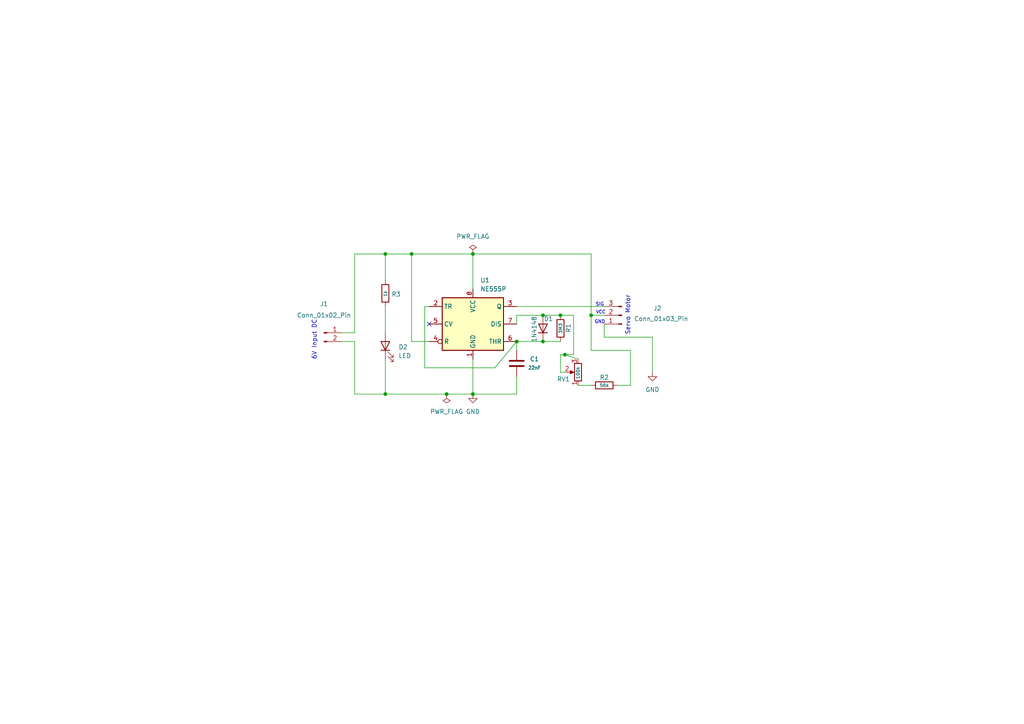
<source format=kicad_sch>
(kicad_sch (version 20250114) (generator "eeschema") (generator_version "9.0")
  (paper "A4")
  (title_block (title "Servo Motor Tester") (date "2025-11-19") (comment 1 "By Harshal Jaiswal"))
  (lib_symbols
    (symbol "Connector:Conn_01x02_Pin" (pin_names (offset 1.016) (hide yes))
      (property "Reference" "J" (at 0 2.54 0))
      (property "Value" "Conn_01x02_Pin" (at 0 -5.08 0))
      (symbol "Conn_01x02_Pin_1_1"
        (rectangle (start 0.8636 0.127) (end 0 -0.127) (stroke (width 0.1524)) (fill (type outline)))
        (rectangle (start 0.8636 -2.413) (end 0 -2.667) (stroke (width 0.1524)) (fill (type outline)))
        (polyline (pts (xy 1.27 0) (xy 0.8636 0)) (stroke (width 0.1524)))
        (polyline (pts (xy 1.27 -2.54) (xy 0.8636 -2.54)) (stroke (width 0.1524)))
        (pin passive line (at 5.08 0 180) (length 3.81) (name "Pin_1") (number "1"))
        (pin passive line (at 5.08 -2.54 180) (length 3.81) (name "Pin_2") (number "2"))
      )
    )
    (symbol "Connector:Conn_01x03_Pin" (pin_names (offset 1.016) (hide yes))
      (property "Reference" "J" (at 0 5.08 0))
      (property "Value" "Conn_01x03_Pin" (at 0 -5.08 0))
      (symbol "Conn_01x03_Pin_1_1"
        (rectangle (start 0.8636 2.667) (end 0 2.413) (stroke (width 0.1524)) (fill (type outline)))
        (rectangle (start 0.8636 0.127) (end 0 -0.127) (stroke (width 0.1524)) (fill (type outline)))
        (rectangle (start 0.8636 -2.413) (end 0 -2.667) (stroke (width 0.1524)) (fill (type outline)))
        (polyline (pts (xy 1.27 2.54) (xy 0.8636 2.54)) (stroke (width 0.1524)))
        (polyline (pts (xy 1.27 0) (xy 0.8636 0)) (stroke (width 0.1524)))
        (polyline (pts (xy 1.27 -2.54) (xy 0.8636 -2.54)) (stroke (width 0.1524)))
        (pin passive line (at 5.08 2.54 180) (length 3.81) (name "Pin_1") (number "1"))
        (pin passive line (at 5.08 0 180) (length 3.81) (name "Pin_2") (number "2"))
        (pin passive line (at 5.08 -2.54 180) (length 3.81) (name "Pin_3") (number "3"))
      )
    )
    (symbol "Device:C" (pin_numbers (hide yes)) (pin_names (offset 0.254))
      (property "Reference" "C" (at 0.635 2.54 0))
      (property "Value" "C" (at 0.635 -2.54 0))
      (symbol "C_0_1"
        (polyline (pts (xy -2.032 0.762) (xy 2.032 0.762)) (stroke (width 0.508)))
        (polyline (pts (xy -2.032 -0.762) (xy 2.032 -0.762)) (stroke (width 0.508)))
      )
      (symbol "C_1_1"
        (pin passive line (at 0 3.81 270) (length 2.794) (name "~") (number "1"))
        (pin passive line (at 0 -3.81 90) (length 2.794) (name "~") (number "2"))
      )
    )
    (symbol "Device:LED" (pin_numbers (hide yes)) (pin_names (offset 1.016) (hide yes))
      (property "Reference" "D" (at 0 2.54 0))
      (property "Value" "LED" (at 0 -2.54 0))
      (symbol "LED_0_1"
        (polyline (pts (xy -3.048 -0.762) (xy -4.572 -2.286) (xy -3.81 -2.286) (xy -4.572 -2.286) (xy -4.572 -1.524)))
        (polyline (pts (xy -1.778 -0.762) (xy -3.302 -2.286) (xy -2.54 -2.286) (xy -3.302 -2.286) (xy -3.302 -1.524)))
        (polyline (pts (xy -1.27 0) (xy 1.27 0)))
        (polyline (pts (xy -1.27 -1.27) (xy -1.27 1.27)) (stroke (width 0.254)))
        (polyline (pts (xy 1.27 -1.27) (xy 1.27 1.27) (xy -1.27 0) (xy 1.27 -1.27)) (stroke (width 0.254)))
      )
      (symbol "LED_1_1"
        (pin passive line (at -3.81 0 0) (length 2.54) (name "K") (number "1"))
        (pin passive line (at 3.81 0 180) (length 2.54) (name "A") (number "2"))
      )
    )
    (symbol "Device:R" (pin_numbers (hide yes)) (pin_names (offset 0))
      (property "Reference" "R" (at 2.032 0 90))
      (property "Value" "R" (at 0 0 90))
      (symbol "R_0_1"
        (rectangle (start -1.016 -2.54) (end 1.016 2.54) (stroke (width 0.254)))
      )
      (symbol "R_1_1"
        (pin passive line (at 0 3.81 270) (length 1.27) (name "~") (number "1"))
        (pin passive line (at 0 -3.81 90) (length 1.27) (name "~") (number "2"))
      )
    )
    (symbol "Device:R_Potentiometer" (pin_names (offset 1.016) (hide yes))
      (property "Reference" "RV" (at -4.445 0 90))
      (property "Value" "R_Potentiometer" (at -2.54 0 90))
      (symbol "R_Potentiometer_0_1"
        (rectangle (start 1.016 2.54) (end -1.016 -2.54) (stroke (width 0.254)))
        (polyline (pts (xy 1.143 0) (xy 2.286 0.508) (xy 2.286 -0.508) (xy 1.143 0)) (fill (type outline)))
        (polyline (pts (xy 2.54 0) (xy 1.524 0)))
      )
      (symbol "R_Potentiometer_1_1"
        (pin passive line (at 0 3.81 270) (length 1.27) (name "1") (number "1"))
        (pin passive line (at 0 -3.81 90) (length 1.27) (name "3") (number "3"))
        (pin passive line (at 3.81 0 180) (length 1.27) (name "2") (number "2"))
      )
    )
    (symbol "Diode:1N4148" (pin_numbers (hide yes)) (pin_names (hide yes))
      (property "Reference" "D" (at 0 2.54 0))
      (property "Value" "1N4148" (at 0 -2.54 0))
      (symbol "1N4148_0_1"
        (polyline (pts (xy -1.27 1.27) (xy -1.27 -1.27)) (stroke (width 0.254)))
        (polyline (pts (xy 1.27 1.27) (xy 1.27 -1.27) (xy -1.27 0) (xy 1.27 1.27)) (stroke (width 0.254)))
        (polyline (pts (xy 1.27 0) (xy -1.27 0)))
      )
      (symbol "1N4148_1_1"
        (pin passive line (at -3.81 0 0) (length 2.54) (name "K") (number "1"))
        (pin passive line (at 3.81 0 180) (length 2.54) (name "A") (number "2"))
      )
    )
    (symbol "Timer:NE555P"
      (property "Reference" "U" (at -10.16 8.89 0))
      (property "Value" "NE555P" (at 2.54 8.89 0))
      (symbol "NE555P_0_0"
        (pin power_in line (at 0 10.16 270) (length 2.54) (name "VCC") (number "8"))
        (pin power_in line (at 0 -10.16 90) (length 2.54) (name "GND") (number "1"))
      )
      (symbol "NE555P_0_1"
        (rectangle (start -8.89 -7.62) (end 8.89 7.62) (stroke (width 0.254)) (fill (type background)))
        (rectangle (start -8.89 -7.62) (end 8.89 7.62) (stroke (width 0.254)) (fill (type background)))
      )
      (symbol "NE555P_1_1"
        (pin input line (at -12.7 5.08 0) (length 3.81) (name "TR") (number "2"))
        (pin input line (at -12.7 0 0) (length 3.81) (name "CV") (number "5"))
        (pin input inverted (at -12.7 -5.08 0) (length 3.81) (name "R") (number "4"))
        (pin output line (at 12.7 5.08 180) (length 3.81) (name "Q") (number "3"))
        (pin input line (at 12.7 0 180) (length 3.81) (name "DIS") (number "7"))
        (pin input line (at 12.7 -5.08 180) (length 3.81) (name "THR") (number "6"))
      )
    )
    (symbol "power:GND" (power) (pin_numbers (hide yes)) (pin_names (offset 0) (hide yes))
      (property "Value" "GND" (at 0 -3.81 0))
      (symbol "GND_0_1"
        (polyline (pts (xy 0 0) (xy 0 -1.27) (xy 1.27 -1.27) (xy 0 -2.54) (xy -1.27 -1.27) (xy 0 -1.27)))
      )
      (symbol "GND_1_1"
        (pin power_in line (at 0 0 270) (length 0) (name "~") (number "1"))
      )
    )
    (symbol "power:PWR_FLAG" (power) (pin_numbers (hide yes)) (pin_names (offset 0) (hide yes))
      (property "Value" "PWR_FLAG" (at 0 3.81 0))
      (symbol "PWR_FLAG_0_0"
        (pin power_out line (at 0 0 90) (length 0) (name "~") (number "1"))
      )
      (symbol "PWR_FLAG_0_1"
        (polyline (pts (xy 0 0) (xy 0 1.27) (xy -1.016 1.905) (xy 0 2.54) (xy 1.016 1.905) (xy 0 1.27)))
      )
    )
  )
  (text "Servo Motor" (at 182.118 91.44 90) (effects (font (size 1.27 1.27))))
  (text "SIG" (at 173.99 88.392 0) (effects (font (size 0.9652 0.9652))))
  (text "VCC" (at 174.244 90.678 0) (effects (font (size 0.9652 0.9652))))
  (text "GND" (at 173.99 93.472 0) (effects (font (size 0.9652 0.9652))))
  (text "6V Input DC\n" (at 91.186 98.552 90) (effects (font (size 1.27 1.27))))
  (junction (at 137.16 114.3))
  (junction (at 129.54 114.3))
  (junction (at 163.83 102.87))
  (junction (at 162.56 91.44))
  (junction (at 137.16 73.66))
  (junction (at 111.76 114.3))
  (junction (at 171.45 91.44))
  (junction (at 157.48 91.44))
  (junction (at 119.38 73.66))
  (junction (at 111.76 73.66))
  (junction (at 157.48 99.06))
  (junction (at 149.86 99.06))
  (no_connect (at 124.46 93.98))
  (wire (pts (xy 149.86 101.6) (xy 149.86 99.06)))
  (wire (pts (xy 123.19 88.9) (xy 123.19 106.68)))
  (wire (pts (xy 149.86 88.9) (xy 175.26 88.9)))
  (wire (pts (xy 157.48 91.44) (xy 162.56 91.44)))
  (wire (pts (xy 157.48 99.06) (xy 162.56 99.06)))
  (wire (pts (xy 102.87 114.3) (xy 111.76 114.3)))
  (wire (pts (xy 171.45 101.6) (xy 182.88 101.6)))
  (wire (pts (xy 123.19 106.68) (xy 143.51 106.68)))
  (wire (pts (xy 162.56 102.87) (xy 162.56 107.95)))
  (wire (pts (xy 102.87 96.52) (xy 102.87 73.66)))
  (wire (pts (xy 167.64 104.14) (xy 163.83 102.87)))
  (wire (pts (xy 119.38 99.06) (xy 124.46 99.06)))
  (wire (pts (xy 99.06 99.06) (xy 102.87 99.06)))
  (wire (pts (xy 111.76 73.66) (xy 119.38 73.66)))
  (wire (pts (xy 182.88 111.76) (xy 182.88 101.6)))
  (wire (pts (xy 166.37 91.44) (xy 162.56 91.44)))
  (wire (pts (xy 137.16 114.3) (xy 137.16 104.14)))
  (wire (pts (xy 149.86 99.06) (xy 157.48 99.06)))
  (wire (pts (xy 179.07 111.76) (xy 182.88 111.76)))
  (wire (pts (xy 124.46 88.9) (xy 123.19 88.9)))
  (wire (pts (xy 166.37 102.87) (xy 166.37 91.44)))
  (wire (pts (xy 111.76 96.52) (xy 111.76 88.9)))
  (wire (pts (xy 163.83 102.87) (xy 166.37 102.87)))
  (wire (pts (xy 149.86 114.3) (xy 137.16 114.3)))
  (wire (pts (xy 102.87 73.66) (xy 111.76 73.66)))
  (wire (pts (xy 171.45 111.76) (xy 167.64 111.76)))
  (wire (pts (xy 175.26 93.98) (xy 175.26 97.79)))
  (wire (pts (xy 119.38 73.66) (xy 119.38 99.06)))
  (wire (pts (xy 137.16 83.82) (xy 137.16 73.66)))
  (wire (pts (xy 99.06 96.52) (xy 102.87 96.52)))
  (wire (pts (xy 162.56 107.95) (xy 163.83 107.95)))
  (wire (pts (xy 171.45 91.44) (xy 171.45 101.6)))
  (wire (pts (xy 143.51 106.68) (xy 149.86 99.06)))
  (wire (pts (xy 162.56 102.87) (xy 163.83 102.87)))
  (wire (pts (xy 129.54 114.3) (xy 137.16 114.3)))
  (wire (pts (xy 189.23 97.79) (xy 189.23 107.95)))
  (wire (pts (xy 171.45 73.66) (xy 137.16 73.66)))
  (wire (pts (xy 175.26 97.79) (xy 189.23 97.79)))
  (wire (pts (xy 102.87 99.06) (xy 102.87 114.3)))
  (wire (pts (xy 149.86 93.98) (xy 149.86 91.44)))
  (wire (pts (xy 175.26 91.44) (xy 171.45 91.44)))
  (wire (pts (xy 149.86 91.44) (xy 157.48 91.44)))
  (wire (pts (xy 149.86 109.22) (xy 149.86 114.3)))
  (wire (pts (xy 137.16 73.66) (xy 119.38 73.66)))
  (wire (pts (xy 111.76 104.14) (xy 111.76 114.3)))
  (wire (pts (xy 111.76 81.28) (xy 111.76 73.66)))
  (wire (pts (xy 171.45 73.66) (xy 171.45 91.44)))
  (wire (pts (xy 111.76 114.3) (xy 129.54 114.3)))
  (symbol (lib_id "Device:R") (at 162.56 95.25 0) (unit 1)
    (property "Reference" "R1" (at 164.846 96.52 90) (effects (justify left)))
    (property "Value" "3M3" (at 162.56 96.774 90) (effects (font (size 0.9652 0.9652)) (justify left)))
    (property "Footprint" "Resistor_THT:R_Axial_DIN0204_L3.6mm_D1.6mm_P7.62mm_Horizontal" (effects (hide yes)))
    (property "Description" "Resistor" (effects (hide yes)))
  )
  (symbol (lib_id "Diode:1N4148") (at 157.48 95.25 90) (unit 1)
    (property "Reference" "D1" (at 157.734 92.456 90) (effects (justify right)))
    (property "Value" "1N4148" (at 154.94 91.694 0) (effects (justify right)))
    (property "Footprint" "Diode_THT:D_DO-35_SOD27_P7.62mm_Horizontal" (effects (hide yes)))
    (property "Datasheet" "https://assets.nexperia.com/documents/data-sheet/1N4148_1N4448.pdf" (effects (hide yes)))
    (property "Description" "100V 0.15A standard switching diode, DO-35" (effects (hide yes)))
    (property "Sim.Device" "D" (effects (hide yes)))
    (property "Sim.Pins" "1=K 2=A" (effects (hide yes)))
  )
  (symbol (lib_id "power:GND") (at 189.23 107.95 0) (unit 1)
    (property "Reference" "#PWR02" (effects (hide yes)))
    (property "Value" "GND" (at 189.23 113.03 0))
    (property "Description" "Power symbol creates a global label with name \"GND\" , ground" (effects (hide yes)))
  )
  (symbol (lib_id "power:PWR_FLAG") (at 129.54 114.3 180) (unit 1)
    (property "Reference" "#FLG01" (effects (hide yes)))
    (property "Value" "PWR_FLAG" (at 129.54 119.38 0))
    (property "Description" "Special symbol for telling ERC where power comes from" (effects (hide yes)))
  )
  (symbol (lib_id "Device:R") (at 111.76 85.09 0) (unit 1)
    (property "Reference" "R3" (at 113.538 85.344 0) (effects (justify left)))
    (property "Value" "1k" (at 111.76 86.106 90) (effects (font (size 0.9652 0.9652)) (justify left)))
    (property "Footprint" "Resistor_THT:R_Axial_DIN0204_L3.6mm_D1.6mm_P7.62mm_Horizontal" (effects (hide yes)))
    (property "Description" "Resistor" (effects (hide yes)))
  )
  (symbol (lib_id "Timer:NE555P") (at 137.16 93.98 0) (unit 1)
    (property "Reference" "U1" (at 139.3033 81.28 0) (effects (justify left)))
    (property "Value" "NE555P" (at 139.3033 83.82 0) (effects (justify left)))
    (property "Footprint" "Package_DIP:DIP-8_W7.62mm" (effects (hide yes)))
    (property "Datasheet" "http://www.ti.com/lit/ds/symlink/ne555.pdf" (effects (hide yes)))
    (property "Description" "Precision Timers, 555 compatible,  PDIP-8" (effects (hide yes)))
  )
  (symbol (lib_id "Connector:Conn_01x02_Pin") (at 93.98 96.52 0) (unit 1)
    (property "Reference" "J1" (at 93.98 88.138 0))
    (property "Value" "Conn_01x02_Pin" (at 93.98 91.44 0))
    (property "Footprint" "Connector_PinHeader_2.54mm:PinHeader_1x02_P2.54mm_Horizontal" (effects (hide yes)))
    (property "Description" "Generic connector, single row, 01x02, script generated" (effects (hide yes)))
  )
  (symbol (lib_id "Connector:Conn_01x03_Pin") (at 180.34 91.44 180) (unit 1)
    (property "Reference" "J2" (at 189.484 89.408 0) (effects (justify right)))
    (property "Value" "Conn_01x03_Pin" (at 183.896 92.456 0) (effects (justify right)))
    (property "Footprint" "Connector_PinHeader_2.54mm:PinHeader_1x03_P2.54mm_Horizontal" (effects (hide yes)))
    (property "Description" "Generic connector, single row, 01x03, script generated" (effects (hide yes)))
  )
  (symbol (lib_id "power:PWR_FLAG") (at 137.16 73.66 0) (unit 1)
    (property "Reference" "#FLG02" (effects (hide yes)))
    (property "Value" "PWR_FLAG" (at 137.16 68.58 0))
    (property "Description" "Special symbol for telling ERC where power comes from" (effects (hide yes)))
  )
  (symbol (lib_id "power:GND") (at 137.16 114.3 0) (unit 1)
    (property "Reference" "#PWR01" (effects (hide yes)))
    (property "Value" "GND" (at 137.16 119.38 0))
    (property "Description" "Power symbol creates a global label with name \"GND\" , ground" (effects (hide yes)))
  )
  (symbol (lib_id "Device:LED") (at 111.76 100.33 90) (unit 1)
    (property "Reference" "D2" (at 115.57 100.6474 90) (effects (justify right)))
    (property "Value" "LED" (at 115.57 103.1874 90) (effects (justify right)))
    (property "Footprint" "LED_THT:LED_D3.0mm" (effects (hide yes)))
    (property "Description" "Light emitting diode" (effects (hide yes)))
    (property "Sim.Pins" "1=K 2=A" (effects (hide yes)))
  )
  (symbol (lib_id "Device:C") (at 149.86 105.41 180) (unit 1)
    (property "Reference" "C1" (at 153.67 104.1399 0) (effects (justify right)))
    (property "Value" "22nF" (at 153.162 106.68 0) (effects (font (size 0.9652 0.9652)) (justify right)))
    (property "Footprint" "Capacitor_THT:C_Disc_D4.3mm_W1.9mm_P5.00mm" (effects (hide yes)))
    (property "Description" "Unpolarized capacitor" (effects (hide yes)))
  )
  (symbol (lib_id "Device:R_Potentiometer") (at 167.64 107.95 180) (unit 1)
    (property "Reference" "RV1" (at 161.544 109.982 0) (effects (justify right)))
    (property "Value" "100k" (at 167.64 109.982 90) (effects (font (size 0.9652 0.9652)) (justify right)))
    (property "Footprint" "Potentiometer_THT:Potentiometer_Alps_RK163_Single_Horizontal" (effects (hide yes)))
    (property "Description" "Potentiometer" (effects (hide yes)))
  )
  (symbol (lib_id "Device:R") (at 175.26 111.76 90) (unit 1)
    (property "Reference" "R2" (at 175.26 109.474 90))
    (property "Value" "56k" (at 175.26 111.76 90) (effects (font (size 0.9652 0.9652))))
    (property "Footprint" "Resistor_THT:R_Axial_DIN0204_L3.6mm_D1.6mm_P7.62mm_Horizontal" (effects (hide yes)))
    (property "Description" "Resistor" (effects (hide yes)))
  )
)
</source>
